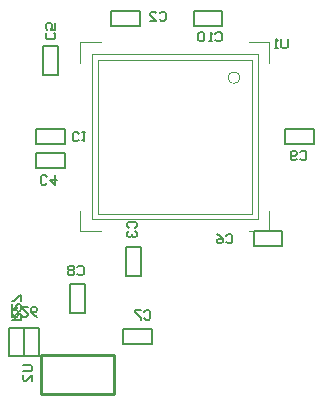
<source format=gbr>
%FSLAX44Y44*%
%MOMM*%
G71*
G01*
G75*
G04 Layer_Color=32896*
%ADD10R,0.8000X0.6000*%
%ADD11C,0.2000*%
G04:AMPARAMS|DCode=12|XSize=1.4mm|YSize=1.4mm|CornerRadius=0mm|HoleSize=0mm|Usage=FLASHONLY|Rotation=270.000|XOffset=0mm|YOffset=0mm|HoleType=Round|Shape=Octagon|*
%AMOCTAGOND12*
4,1,8,-0.3500,-0.7000,0.3500,-0.7000,0.7000,-0.3500,0.7000,0.3500,0.3500,0.7000,-0.3500,0.7000,-0.7000,0.3500,-0.7000,-0.3500,-0.3500,-0.7000,0.0*
%
%ADD12OCTAGOND12*%

G04:AMPARAMS|DCode=13|XSize=1.4mm|YSize=1.4mm|CornerRadius=0mm|HoleSize=0mm|Usage=FLASHONLY|Rotation=0.000|XOffset=0mm|YOffset=0mm|HoleType=Round|Shape=Octagon|*
%AMOCTAGOND13*
4,1,8,0.7000,-0.3500,0.7000,0.3500,0.3500,0.7000,-0.3500,0.7000,-0.7000,0.3500,-0.7000,-0.3500,-0.3500,-0.7000,0.3500,-0.7000,0.7000,-0.3500,0.0*
%
%ADD13OCTAGOND13*%

%ADD14C,1.4000*%
G04:AMPARAMS|DCode=15|XSize=1.6002mm|YSize=1.6002mm|CornerRadius=0mm|HoleSize=0mm|Usage=FLASHONLY|Rotation=270.000|XOffset=0mm|YOffset=0mm|HoleType=Round|Shape=Octagon|*
%AMOCTAGOND15*
4,1,8,-0.4001,-0.8001,0.4001,-0.8001,0.8001,-0.4001,0.8001,0.4001,0.4001,0.8001,-0.4001,0.8001,-0.8001,0.4001,-0.8001,-0.4001,-0.4001,-0.8001,0.0*
%
%ADD15OCTAGOND15*%

%ADD16C,1.0000*%
G04:AMPARAMS|DCode=17|XSize=1.6002mm|YSize=1.6002mm|CornerRadius=0mm|HoleSize=0mm|Usage=FLASHONLY|Rotation=180.000|XOffset=0mm|YOffset=0mm|HoleType=Round|Shape=Octagon|*
%AMOCTAGOND17*
4,1,8,-0.8001,0.4001,-0.8001,-0.4001,-0.4001,-0.8001,0.4001,-0.8001,0.8001,-0.4001,0.8001,0.4001,0.4001,0.8001,-0.4001,0.8001,-0.8001,0.4001,0.0*
%
%ADD17OCTAGOND17*%

%ADD18C,1.6002*%
%ADD19C,0.5000*%
%ADD20C,1.0160*%
%ADD21C,2.0160*%
%ADD22C,1.9304*%
G04:AMPARAMS|DCode=23|XSize=2.4384mm|YSize=2.4384mm|CornerRadius=0mm|HoleSize=0mm|Usage=FLASHONLY|Rotation=0.000|XOffset=0mm|YOffset=0mm|HoleType=Round|Shape=Relief|Width=0.254mm|Gap=0.254mm|Entries=4|*
%AMTHD23*
7,0,0,2.4384,1.9304,0.2540,45*
%
%ADD23THD23*%
G04:AMPARAMS|DCode=24|XSize=2.524mm|YSize=2.524mm|CornerRadius=0mm|HoleSize=0mm|Usage=FLASHONLY|Rotation=0.000|XOffset=0mm|YOffset=0mm|HoleType=Round|Shape=Relief|Width=0.254mm|Gap=0.254mm|Entries=4|*
%AMTHD24*
7,0,0,2.5240,2.0160,0.2540,45*
%
%ADD24THD24*%
%ADD25C,3.0160*%
%ADD26C,1.9160*%
G04:AMPARAMS|DCode=27|XSize=2.424mm|YSize=2.424mm|CornerRadius=0mm|HoleSize=0mm|Usage=FLASHONLY|Rotation=0.000|XOffset=0mm|YOffset=0mm|HoleType=Round|Shape=Relief|Width=0.254mm|Gap=0.254mm|Entries=4|*
%AMTHD27*
7,0,0,2.4240,1.9160,0.2540,45*
%
%ADD27THD27*%
G04:AMPARAMS|DCode=28|XSize=1.724mm|YSize=1.724mm|CornerRadius=0mm|HoleSize=0mm|Usage=FLASHONLY|Rotation=0.000|XOffset=0mm|YOffset=0mm|HoleType=Round|Shape=Relief|Width=0.254mm|Gap=0.254mm|Entries=4|*
%AMTHD28*
7,0,0,1.7240,1.2160,0.2540,45*
%
%ADD28THD28*%
%ADD29C,1.2160*%
%ADD30R,0.6000X0.8000*%
%ADD31R,1.1998X0.2498*%
%ADD32R,0.2498X1.1998*%
%ADD33R,3.8100X2.0066*%
%ADD34R,1.4986X2.0066*%
%ADD35C,0.1500*%
%ADD36C,0.1270*%
%ADD37C,0.2500*%
%ADD38C,0.0508*%
%ADD39R,1.0000X0.8000*%
G04:AMPARAMS|DCode=40|XSize=1.6mm|YSize=1.6mm|CornerRadius=0mm|HoleSize=0mm|Usage=FLASHONLY|Rotation=270.000|XOffset=0mm|YOffset=0mm|HoleType=Round|Shape=Octagon|*
%AMOCTAGOND40*
4,1,8,-0.4000,-0.8000,0.4000,-0.8000,0.8000,-0.4000,0.8000,0.4000,0.4000,0.8000,-0.4000,0.8000,-0.8000,0.4000,-0.8000,-0.4000,-0.4000,-0.8000,0.0*
%
%ADD40OCTAGOND40*%

G04:AMPARAMS|DCode=41|XSize=1.6mm|YSize=1.6mm|CornerRadius=0mm|HoleSize=0mm|Usage=FLASHONLY|Rotation=0.000|XOffset=0mm|YOffset=0mm|HoleType=Round|Shape=Octagon|*
%AMOCTAGOND41*
4,1,8,0.8000,-0.4000,0.8000,0.4000,0.4000,0.8000,-0.4000,0.8000,-0.8000,0.4000,-0.8000,-0.4000,-0.4000,-0.8000,0.4000,-0.8000,0.8000,-0.4000,0.0*
%
%ADD41OCTAGOND41*%

%ADD42C,1.6000*%
G04:AMPARAMS|DCode=43|XSize=1.8002mm|YSize=1.8002mm|CornerRadius=0mm|HoleSize=0mm|Usage=FLASHONLY|Rotation=270.000|XOffset=0mm|YOffset=0mm|HoleType=Round|Shape=Octagon|*
%AMOCTAGOND43*
4,1,8,-0.4501,-0.9001,0.4501,-0.9001,0.9001,-0.4501,0.9001,0.4501,0.4501,0.9001,-0.4501,0.9001,-0.9001,0.4501,-0.9001,-0.4501,-0.4501,-0.9001,0.0*
%
%ADD43OCTAGOND43*%

%ADD44C,1.2000*%
G04:AMPARAMS|DCode=45|XSize=1.8002mm|YSize=1.8002mm|CornerRadius=0mm|HoleSize=0mm|Usage=FLASHONLY|Rotation=180.000|XOffset=0mm|YOffset=0mm|HoleType=Round|Shape=Octagon|*
%AMOCTAGOND45*
4,1,8,-0.9001,0.4501,-0.9001,-0.4501,-0.4501,-0.9001,0.4501,-0.9001,0.9001,-0.4501,0.9001,0.4501,0.4501,0.9001,-0.4501,0.9001,-0.9001,0.4501,0.0*
%
%ADD45OCTAGOND45*%

%ADD46C,1.8002*%
%ADD47C,0.7000*%
%ADD48C,1.0000*%
%ADD49C,0.5080*%
%ADD50R,0.8000X1.0000*%
%ADD51R,1.3998X0.4498*%
%ADD52R,0.4498X1.3998*%
%ADD53R,4.0100X2.2066*%
%ADD54R,1.6986X2.2066*%
%ADD55C,0.1000*%
D11*
X142751Y102123D02*
X144083Y103456D01*
X146749D01*
X148082Y102123D01*
Y96792D01*
X146749Y95459D01*
X144083D01*
X142751Y96792D01*
X140085Y103456D02*
X134753D01*
Y102123D01*
X140085Y96792D01*
Y95459D01*
X86109Y139715D02*
X87442Y141048D01*
X90107D01*
X91440Y139715D01*
Y134384D01*
X90107Y133051D01*
X87442D01*
X86109Y134384D01*
X83443Y139715D02*
X82110Y141048D01*
X79444D01*
X78111Y139715D01*
Y138383D01*
X79444Y137050D01*
X78111Y135717D01*
Y134384D01*
X79444Y133051D01*
X82110D01*
X83443Y134384D01*
Y135717D01*
X82110Y137050D01*
X83443Y138383D01*
Y139715D01*
X82110Y137050D02*
X79444D01*
X264100Y332947D02*
Y326283D01*
X262767Y324950D01*
X260102D01*
X258769Y326283D01*
Y332947D01*
X256103Y324950D02*
X253437D01*
X254770D01*
Y332947D01*
X256103Y331614D01*
X203102Y337590D02*
X204435Y338923D01*
X207101D01*
X208434Y337590D01*
Y332258D01*
X207101Y330925D01*
X204435D01*
X203102Y332258D01*
X200437Y330925D02*
X197771D01*
X199104D01*
Y338923D01*
X200437Y337590D01*
X193772D02*
X192439Y338923D01*
X189773D01*
X188440Y337590D01*
Y332258D01*
X189773Y330925D01*
X192439D01*
X193772Y332258D01*
Y337590D01*
X274747Y236949D02*
X276080Y238281D01*
X278746D01*
X280079Y236949D01*
Y231617D01*
X278746Y230284D01*
X276080D01*
X274747Y231617D01*
X272081D02*
X270748Y230284D01*
X268083D01*
X266750Y231617D01*
Y236949D01*
X268083Y238281D01*
X270748D01*
X272081Y236949D01*
Y235616D01*
X270748Y234283D01*
X266750D01*
X66164Y338216D02*
X67497Y336883D01*
Y334217D01*
X66164Y332884D01*
X60833D01*
X59500Y334217D01*
Y336883D01*
X60833Y338216D01*
X67497Y346213D02*
Y340881D01*
X63499D01*
X64832Y343547D01*
Y344880D01*
X63499Y346213D01*
X60833D01*
X59500Y344880D01*
Y342214D01*
X60833Y340881D01*
X60533Y211108D02*
X59200Y209775D01*
X56534D01*
X55201Y211108D01*
Y216439D01*
X56534Y217772D01*
X59200D01*
X60533Y216439D01*
X67197Y217772D02*
Y209775D01*
X63199Y213773D01*
X68530D01*
X129696Y173024D02*
X128363Y174357D01*
Y177023D01*
X129696Y178356D01*
X135027D01*
X136360Y177023D01*
Y174357D01*
X135027Y173024D01*
X129696Y170359D02*
X128363Y169026D01*
Y166360D01*
X129696Y165027D01*
X131028D01*
X132361Y166360D01*
Y167693D01*
Y166360D01*
X133694Y165027D01*
X135027D01*
X136360Y166360D01*
Y169026D01*
X135027Y170359D01*
X155744Y354884D02*
X157077Y356217D01*
X159743D01*
X161076Y354884D01*
Y349553D01*
X159743Y348220D01*
X157077D01*
X155744Y349553D01*
X147747Y348220D02*
X153079D01*
X147747Y353552D01*
Y354884D01*
X149080Y356217D01*
X151746D01*
X153079Y354884D01*
X87584Y247586D02*
X86251Y246253D01*
X83585D01*
X82252Y247586D01*
Y252917D01*
X83585Y254250D01*
X86251D01*
X87584Y252917D01*
X90249Y254250D02*
X92915D01*
X91582D01*
Y246253D01*
X90249Y247586D01*
X39925Y56802D02*
X46590D01*
X47923Y55469D01*
Y52803D01*
X46590Y51470D01*
X39925D01*
X47923Y43473D02*
Y48805D01*
X42591Y43473D01*
X41258D01*
X39925Y44806D01*
Y47472D01*
X41258Y48805D01*
X212068Y166595D02*
X213401Y167927D01*
X216067D01*
X217400Y166595D01*
Y161263D01*
X216067Y159930D01*
X213401D01*
X212068Y161263D01*
X204071Y167927D02*
X206737Y166595D01*
X209403Y163929D01*
Y161263D01*
X208070Y159930D01*
X205404D01*
X204071Y161263D01*
Y162596D01*
X205404Y163929D01*
X209403D01*
X30760Y105800D02*
Y97803D01*
X34759D01*
X36092Y99136D01*
Y101801D01*
X34759Y103134D01*
X30760D01*
X33426D02*
X36092Y105800D01*
X44089D02*
X38757D01*
X44089Y100468D01*
Y99136D01*
X42756Y97803D01*
X40090D01*
X38757Y99136D01*
X52087Y97803D02*
X49421Y99136D01*
X46755Y101801D01*
Y104467D01*
X48088Y105800D01*
X50754D01*
X52087Y104467D01*
Y103134D01*
X50754Y101801D01*
X46755D01*
X30790Y94960D02*
X38787D01*
Y98959D01*
X37455Y100292D01*
X34789D01*
X33456Y98959D01*
Y94960D01*
Y97626D02*
X30790Y100292D01*
Y108289D02*
Y102957D01*
X36122Y108289D01*
X37455D01*
X38787Y106956D01*
Y104290D01*
X37455Y102957D01*
X38787Y110955D02*
Y116286D01*
X37455D01*
X32123Y110955D01*
X30790D01*
D35*
X40640Y64262D02*
Y88392D01*
X27940D02*
X40640D01*
X27940Y64262D02*
Y88392D01*
Y64262D02*
X40640D01*
X53340D02*
Y88392D01*
X40640D02*
X53340D01*
X40640Y64262D02*
Y88392D01*
Y64262D02*
X53340D01*
X125222Y74930D02*
Y87630D01*
X149352D01*
Y74930D02*
Y87630D01*
X125222Y74930D02*
X149352D01*
X80010Y101092D02*
X92710D01*
X80010D02*
Y125222D01*
X92710D01*
Y101092D02*
Y125222D01*
X208788Y344170D02*
Y356870D01*
X184658Y344170D02*
X208788D01*
X184658D02*
Y356870D01*
X208788D01*
X262382Y243840D02*
Y256540D01*
X286512D01*
Y243840D02*
Y256540D01*
X262382Y243840D02*
X286512D01*
X235712Y157480D02*
Y170180D01*
X259842D01*
Y157480D02*
Y170180D01*
X235712Y157480D02*
X259842D01*
X57150Y326898D02*
X69850D01*
Y302768D02*
Y326898D01*
X57150Y302768D02*
X69850D01*
X57150D02*
Y326898D01*
X75438Y223520D02*
Y236220D01*
X51308Y223520D02*
X75438D01*
X51308D02*
Y236220D01*
X75438D01*
X127000Y156718D02*
X139700D01*
Y132588D02*
Y156718D01*
X127000Y132588D02*
X139700D01*
X127000D02*
Y156718D01*
X138938Y344170D02*
Y356870D01*
X114808Y344170D02*
X138938D01*
X114808D02*
Y356870D01*
X138938D01*
X75438Y243840D02*
Y256540D01*
X51308Y243840D02*
X75438D01*
X51308D02*
Y256540D01*
X75438D01*
D37*
X117348Y65024D02*
X117600Y64772D01*
X55372Y65024D02*
X117348D01*
X55120Y32512D02*
X117600D01*
X55120D02*
Y65024D01*
X117600Y32512D02*
Y64772D01*
D55*
X218800Y295200D02*
G03*
X218800Y295200I-0J5000D01*
G01*
X231550Y330200D02*
X248800D01*
Y312950D02*
Y330200D01*
Y170200D02*
Y187450D01*
X231800Y170200D02*
X248800D01*
X88800D02*
Y187200D01*
Y170200D02*
X106050D01*
X88800Y312700D02*
Y330200D01*
X106300D01*
X98800Y180200D02*
Y320200D01*
Y180200D02*
X238800D01*
Y320200D01*
X98800D02*
X238800D01*
X103800Y315200D02*
X233800D01*
Y185200D02*
Y315200D01*
X103800Y185200D02*
X233800D01*
X103800D02*
Y315200D01*
M02*

</source>
